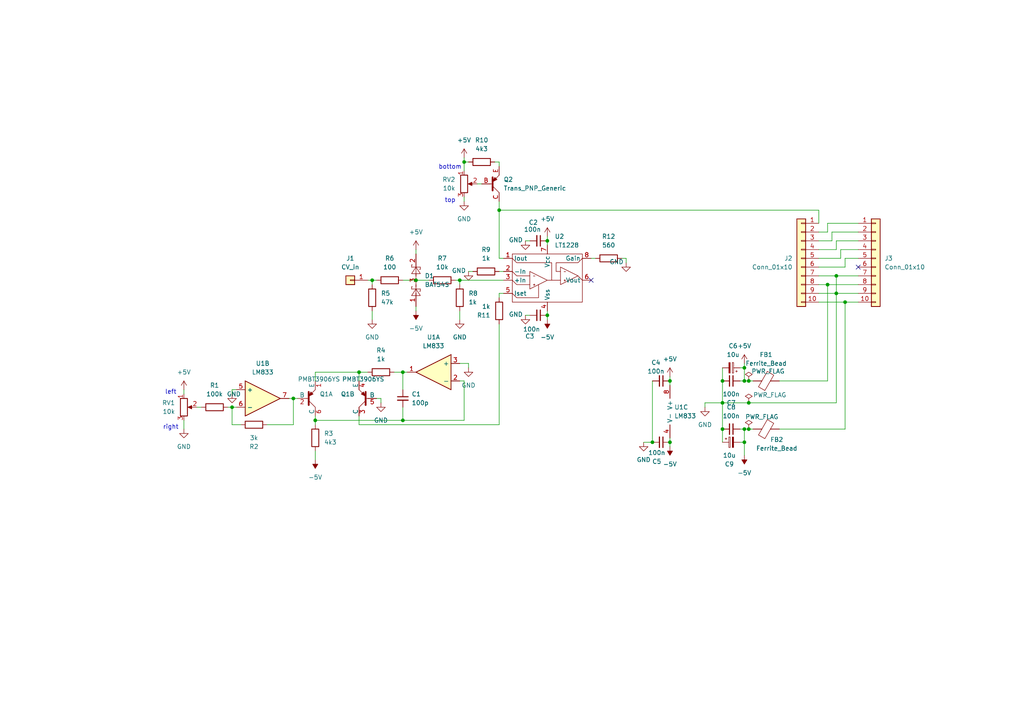
<source format=kicad_sch>
(kicad_sch (version 20250114) (generator "eeschema") (generator_version "9.0")
  (paper "A4")
  (lib_symbols
    (symbol "synkie_symbols:+5V" (power) (pin_names (offset 0))
      (property "Value" "+5V" (at 0 3.556 0))
      (symbol "+5V_0_1"
        (polyline (pts (xy -0.762 1.27) (xy 0 2.54)))
        (polyline (pts (xy 0 2.54) (xy 0.762 1.27)))
        (polyline (pts (xy 0 0) (xy 0 2.54)))
      )
      (symbol "+5V_1_1"
        (pin power_in line (at 0 0 90) (length 0) (hide yes) (name "+5V") (number "1"))
      )
    )
    (symbol "synkie_symbols:-5V" (power) (pin_names (offset 0))
      (property "Value" "-5V" (at 0 3.81 0))
      (symbol "-5V_0_0"
        (pin power_in line (at 0 0 90) (length 0) (hide yes) (name "-5V") (number "1"))
      )
      (symbol "-5V_0_1"
        (polyline (pts (xy 0 0) (xy 0 1.27) (xy 0.762 1.27) (xy 0 2.54) (xy -0.762 1.27) (xy 0 1.27)) (fill (type outline)))
      )
    )
    (symbol "synkie_symbols:BAT54S" (pin_names (offset 1.016))
      (property "Reference" "D" (at 0.635 -3.81 0))
      (property "Value" "BAT54S" (at -6.35 3.175 0))
      (symbol "BAT54S_0_1"
        (polyline (pts (xy -4.445 1.27) (xy -4.445 -1.27) (xy -2.54 0) (xy -4.445 1.27)))
        (polyline (pts (xy -3.81 0) (xy -1.27 0)))
        (polyline (pts (xy -3.175 -1.27) (xy -3.175 -1.016)))
        (polyline (pts (xy -2.54 1.27) (xy -1.905 1.27)))
        (polyline (pts (xy -2.54 -1.27) (xy -3.175 -1.27)))
        (polyline (pts (xy -2.54 -1.27) (xy -2.54 1.27)))
        (polyline (pts (xy -1.905 1.27) (xy -1.905 1.016)))
        (polyline (pts (xy -1.905 0) (xy 1.905 0)))
        (polyline (pts (xy 1.27 0) (xy 3.81 0)))
        (polyline (pts (xy 1.905 1.27) (xy 1.905 -1.27) (xy 3.81 0) (xy 1.905 1.27)))
        (polyline (pts (xy 3.175 -1.27) (xy 3.175 -1.016)))
        (polyline (pts (xy 3.81 1.27) (xy 4.445 1.27)))
        (polyline (pts (xy 3.81 -1.27) (xy 3.175 -1.27)))
        (polyline (pts (xy 3.81 -1.27) (xy 3.81 1.27)))
        (polyline (pts (xy 4.445 1.27) (xy 4.445 1.016)))
      )
      (symbol "BAT54S_1_1"
        (pin passive line (at -7.62 0 0) (length 3.81) (name "~") (number "1"))
        (pin passive line (at 0 0 0) (length 0) (name "~") (number "3"))
        (pin passive line (at 7.62 0 180) (length 3.81) (name "~") (number "2"))
      )
    )
    (symbol "synkie_symbols:CP_Small" (pin_numbers (hide yes)) (pin_names (offset 0.254) (hide yes))
      (property "Reference" "C" (at 0.254 1.778 0))
      (property "Value" "CP_Small" (at 0.254 -2.032 0))
      (symbol "CP_Small_0_1"
        (rectangle (start -1.524 0.6858) (end 1.524 0.3048))
        (rectangle (start -1.524 -0.3048) (end 1.524 -0.6858) (fill (type outline)))
        (polyline (pts (xy -1.27 1.524) (xy -0.762 1.524)))
        (polyline (pts (xy -1.016 1.27) (xy -1.016 1.778)))
      )
      (symbol "CP_Small_1_1"
        (pin passive line (at 0 2.54 270) (length 1.8542) (name "~") (number "1"))
        (pin passive line (at 0 -2.54 90) (length 1.8542) (name "~") (number "2"))
      )
    )
    (symbol "synkie_symbols:C_Small" (pin_numbers (hide yes)) (pin_names (offset 0.254) (hide yes))
      (property "Reference" "C" (at 0.254 1.778 0))
      (property "Value" "C_Small" (at 0.254 -2.032 0))
      (symbol "C_Small_0_1"
        (polyline (pts (xy -1.524 0.508) (xy 1.524 0.508)) (stroke (width 0.3048)))
        (polyline (pts (xy -1.524 -0.508) (xy 1.524 -0.508)) (stroke (width 0.3302)))
      )
      (symbol "C_Small_1_1"
        (pin passive line (at 0 2.54 270) (length 2.032) (name "~") (number "1"))
        (pin passive line (at 0 -2.54 90) (length 2.032) (name "~") (number "2"))
      )
    )
    (symbol "synkie_symbols:Conn_01x01" (pin_names (offset 1.016) (hide yes))
      (property "Reference" "J" (at 0 2.54 0))
      (property "Value" "Conn_01x01" (at 0 -2.54 0))
      (symbol "Conn_01x01_1_1"
        (rectangle (start -1.27 1.27) (end 1.27 -1.27) (stroke (width 0.254)) (fill (type background)))
        (rectangle (start -1.27 0.127) (end 0 -0.127) (stroke (width 0.1524)))
        (pin passive line (at -5.08 0 0) (length 3.81) (name "Pin_1") (number "1"))
      )
    )
    (symbol "synkie_symbols:Conn_01x10" (pin_names (offset 1.016) (hide yes))
      (property "Reference" "J" (at 0 12.7 0))
      (property "Value" "Conn_01x10" (at 0 -15.24 0))
      (symbol "Conn_01x10_1_1"
        (rectangle (start -1.27 11.43) (end 1.27 -13.97) (stroke (width 0.254)) (fill (type background)))
        (rectangle (start -1.27 10.287) (end 0 10.033) (stroke (width 0.1524)))
        (rectangle (start -1.27 7.747) (end 0 7.493) (stroke (width 0.1524)))
        (rectangle (start -1.27 5.207) (end 0 4.953) (stroke (width 0.1524)))
        (rectangle (start -1.27 2.667) (end 0 2.413) (stroke (width 0.1524)))
        (rectangle (start -1.27 0.127) (end 0 -0.127) (stroke (width 0.1524)))
        (rectangle (start -1.27 -2.413) (end 0 -2.667) (stroke (width 0.1524)))
        (rectangle (start -1.27 -4.953) (end 0 -5.207) (stroke (width 0.1524)))
        (rectangle (start -1.27 -7.493) (end 0 -7.747) (stroke (width 0.1524)))
        (rectangle (start -1.27 -10.033) (end 0 -10.287) (stroke (width 0.1524)))
        (rectangle (start -1.27 -12.573) (end 0 -12.827) (stroke (width 0.1524)))
        (pin passive line (at -5.08 10.16 0) (length 3.81) (name "Pin_1") (number "1"))
        (pin passive line (at -5.08 7.62 0) (length 3.81) (name "Pin_2") (number "2"))
        (pin passive line (at -5.08 5.08 0) (length 3.81) (name "Pin_3") (number "3"))
        (pin passive line (at -5.08 2.54 0) (length 3.81) (name "Pin_4") (number "4"))
        (pin passive line (at -5.08 0 0) (length 3.81) (name "Pin_5") (number "5"))
        (pin passive line (at -5.08 -2.54 0) (length 3.81) (name "Pin_6") (number "6"))
        (pin passive line (at -5.08 -5.08 0) (length 3.81) (name "Pin_7") (number "7"))
        (pin passive line (at -5.08 -7.62 0) (length 3.81) (name "Pin_8") (number "8"))
        (pin passive line (at -5.08 -10.16 0) (length 3.81) (name "Pin_9") (number "9"))
        (pin passive line (at -5.08 -12.7 0) (length 3.81) (name "Pin_10") (number "10"))
      )
    )
    (symbol "synkie_symbols:Ferrite_Bead" (pin_numbers (hide yes)) (pin_names (offset 0))
      (property "Reference" "FB" (at -3.81 0.635 90))
      (property "Value" "Ferrite_Bead" (at 3.81 0 90))
      (symbol "Ferrite_Bead_0_1"
        (polyline (pts (xy -2.7686 0.4064) (xy -1.7018 2.2606) (xy 2.7686 -0.3048) (xy 1.6764 -2.159) (xy -2.7686 0.4064)))
        (polyline (pts (xy 0 1.27) (xy 0 1.2954)))
        (polyline (pts (xy 0 -1.27) (xy 0 -1.2192)))
      )
      (symbol "Ferrite_Bead_1_1"
        (pin passive line (at 0 3.81 270) (length 2.54) (name "~") (number "1"))
        (pin passive line (at 0 -3.81 90) (length 2.54) (name "~") (number "2"))
      )
    )
    (symbol "synkie_symbols:GND" (power) (pin_names (offset 0))
      (property "Value" "GND" (at 0 -3.81 0))
      (symbol "GND_0_1"
        (polyline (pts (xy 0 0) (xy 0 -1.27) (xy 1.27 -1.27) (xy 0 -2.54) (xy -1.27 -1.27) (xy 0 -1.27)))
      )
      (symbol "GND_1_1"
        (pin power_in line (at 0 0 270) (length 0) (hide yes) (name "GND") (number "1"))
      )
    )
    (symbol "synkie_symbols:LT1228"
      (property "Reference" "U" (at -8.89 8.89 0))
      (property "Value" "LT1228" (at -6.35 -7.62 0))
      (symbol "LT1228_0_0"
        (rectangle (start -10.16 7.62) (end 10.16 -6.35))
        (text "-" (at -3.81 1.27 0) (effects (font (size 0.635 0.635))))
        (text "+" (at -3.81 -1.27 0) (effects (font (size 0.635 0.635))))
        (text "-" (at 5.08 2.54 0) (effects (font (size 0.635 0.635))))
        (text "+" (at 5.08 0 0) (effects (font (size 0.635 0.635))))
      )
      (symbol "LT1228_0_1"
        (polyline (pts (xy -10.16 2.54) (xy -8.89 1.27) (xy -5.08 1.27)))
        (polyline (pts (xy -10.16 0) (xy -8.89 -1.27) (xy -5.08 -1.27)))
        (polyline (pts (xy -10.16 -3.81) (xy -8.89 -5.08) (xy -2.54 -5.08) (xy -2.54 -1.27)))
        (polyline (pts (xy -5.08 2.54) (xy -5.08 -2.54) (xy 0 0) (xy -5.08 2.54)))
        (polyline (pts (xy 3.81 3.81) (xy 3.81 -1.27) (xy 8.89 1.27) (xy 3.81 3.81)))
        (polyline (pts (xy 3.81 0) (xy 0 0) (xy 1.27 0) (xy 1.27 5.08) (xy -8.89 5.08) (xy -10.16 6.35)))
        (polyline (pts (xy 8.89 1.27) (xy 10.16 0)))
        (polyline (pts (xy 10.16 6.35) (xy 8.89 5.08) (xy 2.54 5.08) (xy 2.54 2.54) (xy 3.81 2.54)))
      )
      (symbol "LT1228_1_1"
        (pin passive line (at -12.7 6.35 0) (length 2.54) (name "Iout") (number "1"))
        (pin input line (at -12.7 2.54 0) (length 2.54) (name "-In") (number "2"))
        (pin input line (at -12.7 0 0) (length 2.54) (name "+In") (number "3"))
        (pin input line (at -12.7 -3.81 0) (length 2.54) (name "Iset") (number "5"))
        (pin power_in line (at 0 10.16 270) (length 2.54) (name "Vcc") (number "7"))
        (pin power_in line (at 0 -8.89 90) (length 2.54) (name "Vss") (number "4"))
        (pin input line (at 12.7 6.35 180) (length 2.54) (name "Gain") (number "8"))
        (pin output line (at 12.7 0 180) (length 2.54) (name "Vout") (number "6"))
      )
    )
    (symbol "synkie_symbols:Opamp_Dual_Generic"
      (property "Reference" "U" (at 0 5.08 0))
      (property "Value" "Opamp_Dual_Generic" (at 0 -5.08 0))
      (symbol "Opamp_Dual_Generic_1_1"
        (polyline (pts (xy -5.08 5.08) (xy 5.08 0) (xy -5.08 -5.08) (xy -5.08 5.08)) (stroke (width 0.254)) (fill (type background)))
        (pin input line (at -7.62 2.54 0) (length 2.54) (name "+") (number "3"))
        (pin input line (at -7.62 -2.54 0) (length 2.54) (name "-") (number "2"))
        (pin output line (at 7.62 0 180) (length 2.54) (name "~") (number "1"))
      )
      (symbol "Opamp_Dual_Generic_2_1"
        (polyline (pts (xy -5.08 5.08) (xy 5.08 0) (xy -5.08 -5.08) (xy -5.08 5.08)) (stroke (width 0.254)) (fill (type background)))
        (pin input line (at -7.62 2.54 0) (length 2.54) (name "+") (number "5"))
        (pin input line (at -7.62 -2.54 0) (length 2.54) (name "-") (number "6"))
        (pin output line (at 7.62 0 180) (length 2.54) (name "~") (number "7"))
      )
      (symbol "Opamp_Dual_Generic_3_1"
        (pin power_in line (at -2.54 7.62 270) (length 3.81) (name "V+") (number "8"))
        (pin power_in line (at -2.54 -7.62 90) (length 3.81) (name "V-") (number "4"))
      )
    )
    (symbol "synkie_symbols:PMBT3906YS" (pin_names (offset 0))
      (property "Reference" "Q" (at -3.81 3.81 0))
      (property "Value" "PMBT3906YS" (at 4.445 0 90))
      (symbol "PMBT3906YS_0_1"
        (polyline (pts (xy -1.27 0) (xy -0.635 0)))
        (polyline (pts (xy -0.635 1.905) (xy -0.635 -1.905)) (stroke (width 0.508)))
        (polyline (pts (xy -0.635 0.635) (xy 1.27 2.54)))
        (polyline (pts (xy 0.635 -1.27) (xy 0 -1.905) (xy -0.635 -0.635) (xy 0.635 -1.27)) (fill (type outline)))
        (polyline (pts (xy 1.27 -2.54) (xy -0.635 -0.635)))
      )
      (symbol "PMBT3906YS_1_1"
        (pin input line (at -3.81 0 0) (length 2.54) (name "B") (number "2"))
        (pin passive line (at 1.27 5.08 270) (length 2.54) (name "C") (number "6"))
        (pin passive line (at 1.27 -5.08 90) (length 2.54) (name "E") (number "1"))
      )
      (symbol "PMBT3906YS_2_1"
        (pin input line (at -3.81 0 0) (length 2.54) (name "B") (number "5"))
        (pin passive line (at 1.27 5.08 270) (length 2.54) (name "C") (number "3"))
        (pin passive line (at 1.27 -5.08 90) (length 2.54) (name "E") (number "4"))
      )
    )
    (symbol "synkie_symbols:PWR_FLAG" (power) (pin_numbers (hide yes)) (pin_names (offset 0) (hide yes))
      (property "Value" "PWR_FLAG" (at 0 3.81 0))
      (symbol "PWR_FLAG_0_0"
        (pin power_out line (at 0 0 90) (length 0) (name "pwr") (number "1"))
      )
      (symbol "PWR_FLAG_0_1"
        (polyline (pts (xy 0 0) (xy 0 1.27) (xy -1.016 1.905) (xy 0 2.54) (xy 1.016 1.905) (xy 0 1.27)))
      )
    )
    (symbol "synkie_symbols:R" (pin_numbers (hide yes)) (pin_names (offset 0))
      (property "Reference" "R" (at 2.032 0 90))
      (property "Value" "R" (at 0 0 90))
      (symbol "R_0_1"
        (rectangle (start -1.016 -2.54) (end 1.016 2.54) (stroke (width 0.254)))
      )
      (symbol "R_1_1"
        (pin passive line (at 0 3.81 270) (length 1.27) (name "~") (number "1"))
        (pin passive line (at 0 -3.81 90) (length 1.27) (name "~") (number "2"))
      )
    )
    (symbol "synkie_symbols:R_POT" (pin_names (offset 1.016) (hide yes))
      (property "Reference" "RV" (at -4.445 0 90))
      (property "Value" "R_POT" (at -2.54 0 90))
      (symbol "R_POT_0_1"
        (rectangle (start 1.016 2.54) (end -1.016 -2.54) (stroke (width 0.254)))
        (polyline (pts (xy 1.143 0) (xy 2.286 0.508) (xy 2.286 -0.508) (xy 1.143 0)) (fill (type outline)))
        (polyline (pts (xy 2.54 0) (xy 1.524 0)))
      )
      (symbol "R_POT_1_1"
        (pin passive line (at 0 3.81 270) (length 1.27) (name "1") (number "1"))
        (pin passive line (at 0 -3.81 90) (length 1.27) (name "3") (number "3"))
        (pin passive line (at 3.81 0 180) (length 1.27) (name "2") (number "2"))
      )
    )
    (symbol "synkie_symbols:Trans_PNP_Generic" (pin_names (offset 0) (hide yes))
      (property "Reference" "Q" (at 2.54 1.27 0))
      (property "Value" "Trans_PNP_Generic" (at 10.16 -1.27 0))
      (symbol "Trans_PNP_Generic_1_1"
        (polyline (pts (xy -1.27 0) (xy -0.635 0)))
        (polyline (pts (xy -0.635 -0.635) (xy 1.27 -2.54)))
        (polyline (pts (xy -0.635 -1.905) (xy -0.635 1.905)) (stroke (width 0.508)))
        (polyline (pts (xy 0.635 1.27) (xy 0 1.905) (xy -0.635 0.635) (xy 0.635 1.27)) (fill (type outline)))
        (polyline (pts (xy 1.27 2.54) (xy -0.635 0.635)))
        (pin input line (at -3.81 0 0) (length 2.54) (name "B") (number "B"))
        (pin passive line (at 1.27 5.08 270) (length 2.54) (name "E") (number "E"))
        (pin passive line (at 1.27 -5.08 90) (length 2.54) (name "C") (number "C"))
      )
    )
  )
  (text "bottom" (at 130.556 48.514 0) (effects (font (size 1.27 1.27))))
  (text "top" (at 130.556 58.166 0) (effects (font (size 1.27 1.27))))
  (text "left" (at 49.53 113.792 0) (effects (font (size 1.27 1.27))))
  (text "right" (at 49.53 123.952 0) (effects (font (size 1.27 1.27))))
  (junction (at 104.14 107.95))
  (junction (at 217.17 110.49))
  (junction (at 116.84 121.92))
  (junction (at 67.31 118.11))
  (junction (at 217.17 116.84))
  (junction (at 133.35 81.28))
  (junction (at 209.55 110.49))
  (junction (at 242.57 85.09))
  (junction (at 194.31 110.49))
  (junction (at 240.03 82.55))
  (junction (at 158.75 69.85))
  (junction (at 116.84 107.95))
  (junction (at 209.55 124.46))
  (junction (at 217.17 124.46))
  (junction (at 91.44 121.92))
  (junction (at 245.11 87.63))
  (junction (at 85.09 115.57))
  (junction (at 194.31 128.27))
  (junction (at 215.9 106.68))
  (junction (at 134.62 46.99))
  (junction (at 107.95 81.28))
  (junction (at 189.23 128.27))
  (junction (at 209.55 116.84))
  (junction (at 215.9 124.46))
  (junction (at 242.57 80.01))
  (junction (at 215.9 128.27))
  (junction (at 120.65 81.28))
  (junction (at 215.9 110.49))
  (junction (at 158.75 91.44))
  (junction (at 144.78 60.96))
  (no_connect (at 171.45 81.28))
  (no_connect (at 248.92 77.47))
  (wire (pts (xy 217.17 110.49) (xy 215.9 110.49)))
  (wire (pts (xy 120.65 88.9) (xy 120.65 90.17)))
  (wire (pts (xy 240.03 110.49) (xy 240.03 82.55)))
  (wire (pts (xy 248.92 67.31) (xy 241.3 67.31)))
  (wire (pts (xy 217.17 116.84) (xy 242.57 116.84)))
  (wire (pts (xy 144.78 60.96) (xy 144.78 74.93)))
  (wire (pts (xy 242.57 116.84) (xy 242.57 85.09)))
  (wire (pts (xy 245.11 124.46) (xy 245.11 87.63)))
  (wire (pts (xy 243.84 74.93) (xy 237.49 74.93)))
  (wire (pts (xy 226.06 124.46) (xy 245.11 124.46)))
  (wire (pts (xy 67.31 113.03) (xy 68.58 113.03)))
  (wire (pts (xy 226.06 110.49) (xy 240.03 110.49)))
  (wire (pts (xy 215.9 128.27) (xy 215.9 132.08)))
  (wire (pts (xy 144.78 46.99) (xy 144.78 48.26)))
  (wire (pts (xy 144.78 74.93) (xy 146.05 74.93)))
  (wire (pts (xy 134.62 57.15) (xy 134.62 58.42)))
  (wire (pts (xy 133.35 81.28) (xy 133.35 82.55)))
  (wire (pts (xy 215.9 124.46) (xy 215.9 128.27)))
  (wire (pts (xy 109.22 81.28) (xy 107.95 81.28)))
  (wire (pts (xy 209.55 110.49) (xy 209.55 116.84)))
  (wire (pts (xy 116.84 107.95) (xy 118.11 107.95)))
  (wire (pts (xy 237.49 80.01) (xy 242.57 80.01)))
  (wire (pts (xy 107.95 81.28) (xy 107.95 82.55)))
  (wire (pts (xy 248.92 74.93) (xy 245.11 74.93)))
  (wire (pts (xy 67.31 114.3) (xy 67.31 113.03)))
  (wire (pts (xy 134.62 46.99) (xy 134.62 49.53)))
  (wire (pts (xy 189.23 110.49) (xy 189.23 128.27)))
  (wire (pts (xy 138.43 53.34) (xy 139.7 53.34)))
  (wire (pts (xy 104.14 107.95) (xy 104.14 110.49)))
  (wire (pts (xy 91.44 121.92) (xy 91.44 123.19)))
  (wire (pts (xy 134.62 121.92) (xy 134.62 110.49)))
  (wire (pts (xy 109.22 115.57) (xy 110.49 115.57)))
  (wire (pts (xy 152.4 69.85) (xy 153.67 69.85)))
  (wire (pts (xy 69.85 123.19) (xy 67.31 123.19)))
  (wire (pts (xy 237.49 87.63) (xy 245.11 87.63)))
  (wire (pts (xy 204.47 116.84) (xy 209.55 116.84)))
  (wire (pts (xy 214.63 128.27) (xy 215.9 128.27)))
  (wire (pts (xy 240.03 64.77) (xy 240.03 67.31)))
  (wire (pts (xy 120.65 72.39) (xy 120.65 73.66)))
  (wire (pts (xy 214.63 110.49) (xy 215.9 110.49)))
  (wire (pts (xy 242.57 80.01) (xy 242.57 85.09)))
  (wire (pts (xy 135.89 78.74) (xy 137.16 78.74)))
  (wire (pts (xy 135.89 105.41) (xy 135.89 106.68)))
  (wire (pts (xy 194.31 128.27) (xy 194.31 129.54)))
  (wire (pts (xy 171.45 74.93) (xy 172.72 74.93)))
  (wire (pts (xy 116.84 81.28) (xy 120.65 81.28)))
  (wire (pts (xy 204.47 118.11) (xy 204.47 116.84)))
  (wire (pts (xy 91.44 120.65) (xy 91.44 121.92)))
  (wire (pts (xy 107.95 90.17) (xy 107.95 92.71)))
  (wire (pts (xy 181.61 74.93) (xy 181.61 76.2)))
  (wire (pts (xy 85.09 115.57) (xy 86.36 115.57)))
  (wire (pts (xy 53.34 121.92) (xy 53.34 124.46)))
  (wire (pts (xy 241.3 69.85) (xy 237.49 69.85)))
  (wire (pts (xy 248.92 64.77) (xy 240.03 64.77)))
  (wire (pts (xy 53.34 113.03) (xy 53.34 114.3)))
  (wire (pts (xy 144.78 58.42) (xy 144.78 60.96)))
  (wire (pts (xy 241.3 67.31) (xy 241.3 69.85)))
  (wire (pts (xy 133.35 81.28) (xy 146.05 81.28)))
  (wire (pts (xy 248.92 69.85) (xy 242.57 69.85)))
  (wire (pts (xy 133.35 90.17) (xy 133.35 92.71)))
  (wire (pts (xy 218.44 110.49) (xy 217.17 110.49)))
  (wire (pts (xy 186.69 128.27) (xy 189.23 128.27)))
  (wire (pts (xy 237.49 60.96) (xy 237.49 64.77)))
  (wire (pts (xy 245.11 87.63) (xy 248.92 87.63)))
  (wire (pts (xy 77.47 123.19) (xy 85.09 123.19)))
  (wire (pts (xy 158.75 90.17) (xy 158.75 91.44)))
  (wire (pts (xy 243.84 72.39) (xy 243.84 74.93)))
  (wire (pts (xy 104.14 123.19) (xy 144.78 123.19)))
  (wire (pts (xy 106.68 81.28) (xy 107.95 81.28)))
  (wire (pts (xy 242.57 72.39) (xy 237.49 72.39)))
  (wire (pts (xy 242.57 85.09) (xy 248.92 85.09)))
  (wire (pts (xy 158.75 68.58) (xy 158.75 69.85)))
  (wire (pts (xy 104.14 107.95) (xy 106.68 107.95)))
  (wire (pts (xy 67.31 123.19) (xy 67.31 118.11)))
  (wire (pts (xy 214.63 124.46) (xy 215.9 124.46)))
  (wire (pts (xy 237.49 82.55) (xy 240.03 82.55)))
  (wire (pts (xy 209.55 124.46) (xy 209.55 128.27)))
  (wire (pts (xy 215.9 106.68) (xy 215.9 110.49)))
  (wire (pts (xy 248.92 72.39) (xy 243.84 72.39)))
  (wire (pts (xy 240.03 82.55) (xy 248.92 82.55)))
  (wire (pts (xy 245.11 74.93) (xy 245.11 77.47)))
  (wire (pts (xy 144.78 85.09) (xy 146.05 85.09)))
  (wire (pts (xy 209.55 116.84) (xy 217.17 116.84)))
  (wire (pts (xy 114.3 107.95) (xy 116.84 107.95)))
  (wire (pts (xy 194.31 109.22) (xy 194.31 110.49)))
  (wire (pts (xy 237.49 85.09) (xy 242.57 85.09)))
  (wire (pts (xy 135.89 46.99) (xy 134.62 46.99)))
  (wire (pts (xy 91.44 121.92) (xy 116.84 121.92)))
  (wire (pts (xy 66.04 118.11) (xy 67.31 118.11)))
  (wire (pts (xy 214.63 106.68) (xy 215.9 106.68)))
  (wire (pts (xy 144.78 123.19) (xy 144.78 93.98)))
  (wire (pts (xy 133.35 105.41) (xy 135.89 105.41)))
  (wire (pts (xy 91.44 107.95) (xy 104.14 107.95)))
  (wire (pts (xy 242.57 80.01) (xy 248.92 80.01)))
  (wire (pts (xy 57.15 118.11) (xy 58.42 118.11)))
  (wire (pts (xy 217.17 124.46) (xy 215.9 124.46)))
  (wire (pts (xy 120.65 81.28) (xy 124.46 81.28)))
  (wire (pts (xy 194.31 110.49) (xy 194.31 111.76)))
  (wire (pts (xy 240.03 67.31) (xy 237.49 67.31)))
  (wire (pts (xy 85.09 123.19) (xy 85.09 115.57)))
  (wire (pts (xy 194.31 127) (xy 194.31 128.27)))
  (wire (pts (xy 67.31 118.11) (xy 68.58 118.11)))
  (wire (pts (xy 91.44 107.95) (xy 91.44 110.49)))
  (wire (pts (xy 116.84 118.11) (xy 116.84 121.92)))
  (wire (pts (xy 91.44 130.81) (xy 91.44 133.35)))
  (wire (pts (xy 144.78 86.36) (xy 144.78 85.09)))
  (wire (pts (xy 158.75 91.44) (xy 158.75 92.71)))
  (wire (pts (xy 180.34 74.93) (xy 181.61 74.93)))
  (wire (pts (xy 116.84 113.03) (xy 116.84 107.95)))
  (wire (pts (xy 144.78 60.96) (xy 237.49 60.96)))
  (wire (pts (xy 144.78 78.74) (xy 146.05 78.74)))
  (wire (pts (xy 209.55 106.68) (xy 209.55 110.49)))
  (wire (pts (xy 104.14 120.65) (xy 104.14 123.19)))
  (wire (pts (xy 152.4 91.44) (xy 153.67 91.44)))
  (wire (pts (xy 158.75 69.85) (xy 158.75 71.12)))
  (wire (pts (xy 83.82 115.57) (xy 85.09 115.57)))
  (wire (pts (xy 209.55 116.84) (xy 209.55 124.46)))
  (wire (pts (xy 218.44 124.46) (xy 217.17 124.46)))
  (wire (pts (xy 110.49 115.57) (xy 110.49 116.84)))
  (wire (pts (xy 116.84 121.92) (xy 134.62 121.92)))
  (wire (pts (xy 143.51 46.99) (xy 144.78 46.99)))
  (wire (pts (xy 132.08 81.28) (xy 133.35 81.28)))
  (wire (pts (xy 215.9 105.41) (xy 215.9 106.68)))
  (wire (pts (xy 242.57 69.85) (xy 242.57 72.39)))
  (wire (pts (xy 133.35 110.49) (xy 134.62 110.49)))
  (wire (pts (xy 134.62 45.72) (xy 134.62 46.99)))
  (wire (pts (xy 245.11 77.47) (xy 237.49 77.47)))
  (symbol (lib_id "synkie_symbols:Opamp_Dual_Generic") (at 191.77 119.38 0) (mirror y) (unit 3)
    (property "Reference" "U1" (at 195.58 118.1099 0) (effects (justify right)))
    (property "Value" "LM833" (at 195.58 120.6499 0) (effects (justify right)))
    (property "Footprint" "synkie_footprints:SOIC-8_3.9x4.9mm_P1.27mm" (effects (hide yes)))
    (property "Description" "Dual operational amplifier" (effects (hide yes)))
  )
  (symbol (lib_id "synkie_symbols:C_Small") (at 156.21 69.85 270) (mirror x) (unit 1)
    (property "Reference" "C2" (at 154.686 64.516 90))
    (property "Value" "100n" (at 154.432 66.548 90))
    (property "Description" "Unpolarized capacitor, small symbol" (effects (hide yes)))
  )
  (symbol (lib_id "synkie_symbols:GND") (at 134.62 58.42 0) (unit 1)
    (property "Reference" "#PWR012" (effects (hide yes)))
    (property "Value" "GND" (at 134.62 63.5 0))
    (property "Description" "Power symbol creates a global label with name \"GND\" , ground" (effects (hide yes)))
  )
  (symbol (lib_id "synkie_symbols:-5V") (at 91.44 133.35 180) (unit 1)
    (property "Reference" "#PWR04" (effects (hide yes)))
    (property "Value" "-5V" (at 91.44 138.43 0))
    (property "Description" "Power symbol creates a global label with name \"-5V\"" (effects (hide yes)))
  )
  (symbol (lib_id "synkie_symbols:Conn_01x10") (at 232.41 74.93 0) (mirror y) (unit 1)
    (property "Reference" "J2" (at 229.87 74.9299 0) (effects (justify left)))
    (property "Value" "Conn_01x10" (at 229.87 77.4699 0) (effects (justify left)))
    (property "Description" "Generic connector, single row, 01x10, script generated (kicad-library-utils/schlib/autogen/connector/)" (effects (hide yes)))
  )
  (symbol (lib_id "synkie_symbols:GND") (at 133.35 92.71 0) (unit 1)
    (property "Reference" "#PWR010" (effects (hide yes)))
    (property "Value" "GND" (at 133.35 97.79 0))
    (property "Description" "Power symbol creates a global label with name \"GND\" , ground" (effects (hide yes)))
  )
  (symbol (lib_id "synkie_symbols:-5V") (at 194.31 129.54 180) (unit 1)
    (property "Reference" "#PWR020" (effects (hide yes)))
    (property "Value" "-5V" (at 194.31 134.62 0))
    (property "Description" "Power symbol creates a global label with name \"-5V\"" (effects (hide yes)))
  )
  (symbol (lib_id "synkie_symbols:GND") (at 53.34 124.46 0) (unit 1)
    (property "Reference" "#PWR02" (effects (hide yes)))
    (property "Value" "GND" (at 53.34 129.54 0))
    (property "Description" "Power symbol creates a global label with name \"GND\" , ground" (effects (hide yes)))
  )
  (symbol (lib_id "synkie_symbols:R") (at 62.23 118.11 90) (unit 1)
    (property "Reference" "R1" (at 62.23 111.76 90))
    (property "Value" "100k" (at 62.23 114.3 90))
    (property "Description" "Resistor" (effects (hide yes)))
  )
  (symbol (lib_id "synkie_symbols:PWR_FLAG") (at 217.17 124.46 0) (unit 1)
    (property "Reference" "#FLG02" (effects (hide yes)))
    (property "Value" "PWR_FLAG" (at 220.98 120.904 0))
    (property "Description" "Special symbol for telling ERC where power comes from" (effects (hide yes)))
  )
  (symbol (lib_id "synkie_symbols:+5V") (at 215.9 105.41 0) (unit 1)
    (property "Reference" "#PWR023" (effects (hide yes)))
    (property "Value" "+5V" (at 215.9 100.33 0))
    (property "Description" "Power symbol creates a global label with name \"+5V\"" (effects (hide yes)))
  )
  (symbol (lib_id "synkie_symbols:C_Small") (at 212.09 110.49 270) (unit 1)
    (property "Reference" "C7" (at 212.0836 116.84 90))
    (property "Value" "100n" (at 212.0836 114.3 90))
    (property "Description" "Unpolarized capacitor, small symbol" (effects (hide yes)))
  )
  (symbol (lib_id "synkie_symbols:-5V") (at 120.65 90.17 180) (unit 1)
    (property "Reference" "#PWR08" (effects (hide yes)))
    (property "Value" "-5V" (at 120.65 95.25 0))
    (property "Description" "Power symbol creates a global label with name \"-5V\"" (effects (hide yes)))
  )
  (symbol (lib_id "synkie_symbols:C_Small") (at 191.77 110.49 270) (mirror x) (unit 1)
    (property "Reference" "C4" (at 190.246 105.156 90))
    (property "Value" "100n" (at 190.246 107.696 90))
    (property "Description" "Unpolarized capacitor, small symbol" (effects (hide yes)))
  )
  (symbol (lib_id "synkie_symbols:+5V") (at 120.65 72.39 0) (unit 1)
    (property "Reference" "#PWR07" (effects (hide yes)))
    (property "Value" "+5V" (at 120.65 67.31 0))
    (property "Description" "Power symbol creates a global label with name \"+5V\"" (effects (hide yes)))
  )
  (symbol (lib_id "synkie_symbols:C_Small") (at 212.09 124.46 270) (mirror x) (unit 1)
    (property "Reference" "C8" (at 212.0836 118.11 90))
    (property "Value" "100n" (at 212.0836 120.65 90))
    (property "Description" "Unpolarized capacitor, small symbol" (effects (hide yes)))
  )
  (symbol (lib_id "synkie_symbols:GND") (at 181.61 76.2 0) (unit 1)
    (property "Reference" "#PWR021" (effects (hide yes)))
    (property "Value" "GND" (at 178.816 75.946 0))
    (property "Description" "Power symbol creates a global label with name \"GND\" , ground" (effects (hide yes)))
  )
  (symbol (lib_id "synkie_symbols:R_POT") (at 53.34 118.11 0) (unit 1)
    (property "Reference" "RV1" (at 50.8 116.8399 0) (effects (justify right)))
    (property "Value" "10k" (at 50.8 119.3799 0) (effects (justify right)))
    (property "Footprint" "synkie_footprints:Potentiometer_Alps_RK09K_Single_Vertical" (effects (hide yes)))
    (property "Description" "Potentiometer" (effects (hide yes)))
  )
  (symbol (lib_id "synkie_symbols:-5V") (at 215.9 132.08 180) (unit 1)
    (property "Reference" "#PWR024" (effects (hide yes)))
    (property "Value" "-5V" (at 215.9 137.16 0))
    (property "Description" "Power symbol creates a global label with name \"-5V\"" (effects (hide yes)))
  )
  (symbol (lib_id "synkie_symbols:R") (at 139.7 46.99 270) (unit 1)
    (property "Reference" "R10" (at 139.7 40.64 90))
    (property "Value" "4k3" (at 139.7 43.18 90))
    (property "Description" "Resistor" (effects (hide yes)))
  )
  (symbol (lib_id "synkie_symbols:C_Small") (at 116.84 115.57 0) (unit 1)
    (property "Reference" "C1" (at 119.38 114.3062 0) (effects (justify left)))
    (property "Value" "100p" (at 119.38 116.8462 0) (effects (justify left)))
    (property "Description" "Unpolarized capacitor, small symbol" (effects (hide yes)))
  )
  (symbol (lib_id "synkie_symbols:-5V") (at 158.75 92.71 180) (unit 1)
    (property "Reference" "#PWR017" (effects (hide yes)))
    (property "Value" "-5V" (at 158.75 97.79 0))
    (property "Description" "Power symbol creates a global label with name \"-5V\"" (effects (hide yes)))
  )
  (symbol (lib_id "synkie_symbols:GND") (at 107.95 92.71 0) (unit 1)
    (property "Reference" "#PWR06" (effects (hide yes)))
    (property "Value" "GND" (at 107.95 97.79 0))
    (property "Description" "Power symbol creates a global label with name \"GND\" , ground" (effects (hide yes)))
  )
  (symbol (lib_id "synkie_symbols:+5V") (at 53.34 113.03 0) (unit 1)
    (property "Reference" "#PWR01" (effects (hide yes)))
    (property "Value" "+5V" (at 53.34 107.95 0))
    (property "Description" "Power symbol creates a global label with name \"+5V\"" (effects (hide yes)))
  )
  (symbol (lib_id "synkie_symbols:GND") (at 152.4 69.85 0) (unit 1)
    (property "Reference" "#PWR014" (effects (hide yes)))
    (property "Value" "GND" (at 149.606 69.596 0))
    (property "Description" "Power symbol creates a global label with name \"GND\" , ground" (effects (hide yes)))
  )
  (symbol (lib_id "synkie_symbols:LT1228") (at 158.75 81.28 0) (unit 1)
    (property "Reference" "U2" (at 160.8933 68.58 0) (effects (justify left)))
    (property "Value" "LT1228" (at 160.8933 71.12 0) (effects (justify left)))
    (property "Footprint" "synkie_footprints:SOIC-8_3.9x4.9mm_P1.27mm" (effects (hide yes)))
    (property "Description" "LT1228 CFA with gain control" (effects (hide yes)))
  )
  (symbol (lib_id "synkie_symbols:Opamp_Dual_Generic") (at 125.73 107.95 0) (mirror y) (unit 1)
    (property "Reference" "U1" (at 125.73 97.79 0))
    (property "Value" "LM833" (at 125.73 100.33 0))
    (property "Footprint" "synkie_footprints:SOIC-8_3.9x4.9mm_P1.27mm" (effects (hide yes)))
    (property "Description" "Dual operational amplifier" (effects (hide yes)))
  )
  (symbol (lib_id "synkie_symbols:+5V") (at 158.75 68.58 0) (unit 1)
    (property "Reference" "#PWR016" (effects (hide yes)))
    (property "Value" "+5V" (at 158.75 63.5 0))
    (property "Description" "Power symbol creates a global label with name \"+5V\"" (effects (hide yes)))
  )
  (symbol (lib_id "synkie_symbols:Ferrite_Bead") (at 222.25 124.46 90) (unit 1)
    (property "Reference" "FB2" (at 225.298 127.508 90))
    (property "Value" "Ferrite_Bead" (at 225.298 130.048 90))
    (property "Description" "Ferrite bead" (effects (hide yes)))
  )
  (symbol (lib_id "synkie_symbols:Opamp_Dual_Generic") (at 76.2 115.57 0) (unit 2)
    (property "Reference" "U1" (at 76.2 105.41 0))
    (property "Value" "LM833" (at 76.2 107.95 0))
    (property "Footprint" "synkie_footprints:SOIC-8_3.9x4.9mm_P1.27mm" (effects (hide yes)))
    (property "Description" "Dual operational amplifier" (effects (hide yes)))
  )
  (symbol (lib_id "synkie_symbols:PWR_FLAG") (at 217.17 110.49 0) (unit 1)
    (property "Reference" "#FLG03" (effects (hide yes)))
    (property "Value" "PWR_FLAG" (at 222.758 107.696 0))
    (property "Description" "Special symbol for telling ERC where power comes from" (effects (hide yes)))
  )
  (symbol (lib_id "synkie_symbols:R") (at 107.95 86.36 180) (unit 1)
    (property "Reference" "R5" (at 110.49 85.0899 0) (effects (justify right)))
    (property "Value" "47k" (at 110.49 87.6299 0) (effects (justify right)))
    (property "Description" "Resistor" (effects (hide yes)))
  )
  (symbol (lib_id "synkie_symbols:GND") (at 135.89 78.74 0) (unit 1)
    (property "Reference" "#PWR013" (effects (hide yes)))
    (property "Value" "GND" (at 133.096 78.486 0))
    (property "Description" "Power symbol creates a global label with name \"GND\" , ground" (effects (hide yes)))
  )
  (symbol (lib_id "synkie_symbols:R") (at 73.66 123.19 90) (mirror x) (unit 1)
    (property "Reference" "R2" (at 73.66 129.54 90))
    (property "Value" "3k" (at 73.66 127 90))
    (property "Description" "Resistor" (effects (hide yes)))
  )
  (symbol (lib_id "synkie_symbols:Conn_01x10") (at 254 74.93 0) (unit 1)
    (property "Reference" "J3" (at 256.54 74.9299 0) (effects (justify left)))
    (property "Value" "Conn_01x10" (at 256.54 77.4699 0) (effects (justify left)))
    (property "Description" "Generic connector, single row, 01x10, script generated (kicad-library-utils/schlib/autogen/connector/)" (effects (hide yes)))
  )
  (symbol (lib_id "synkie_symbols:C_Small") (at 156.21 91.44 270) (unit 1)
    (property "Reference" "C3" (at 153.67 97.536 90))
    (property "Value" "100n" (at 154.178 95.504 90))
    (property "Description" "Unpolarized capacitor, small symbol" (effects (hide yes)))
  )
  (symbol (lib_id "synkie_symbols:GND") (at 110.49 116.84 0) (unit 1)
    (property "Reference" "#PWR05" (effects (hide yes)))
    (property "Value" "GND" (at 110.49 121.92 0))
    (property "Description" "Power symbol creates a global label with name \"GND\" , ground" (effects (hide yes)))
  )
  (symbol (lib_id "synkie_symbols:R") (at 133.35 86.36 180) (unit 1)
    (property "Reference" "R8" (at 135.89 85.0899 0) (effects (justify right)))
    (property "Value" "1k" (at 135.89 87.6299 0) (effects (justify right)))
    (property "Description" "Resistor" (effects (hide yes)))
  )
  (symbol (lib_id "synkie_symbols:R") (at 140.97 78.74 270) (unit 1)
    (property "Reference" "R9" (at 140.97 72.39 90))
    (property "Value" "1k" (at 140.97 74.93 90))
    (property "Description" "Resistor" (effects (hide yes)))
  )
  (symbol (lib_id "synkie_symbols:BAT54S") (at 120.65 81.28 90) (unit 1)
    (property "Reference" "D1" (at 123.19 80.0099 90) (effects (justify right)))
    (property "Value" "BAT54S" (at 123.19 82.5499 90) (effects (justify right)))
    (property "Footprint" "synkie_footprints:SOT-23" (effects (hide yes)))
    (property "Datasheet" "https://www.diodes.com/assets/Datasheets/ds11005.pdf" (effects (hide yes)))
    (property "Description" "schottky barrier diode" (effects (hide yes)))
  )
  (symbol (lib_id "synkie_symbols:R") (at 113.03 81.28 90) (unit 1)
    (property "Reference" "R6" (at 113.03 74.93 90))
    (property "Value" "100" (at 113.03 77.47 90))
    (property "Description" "Resistor" (effects (hide yes)))
  )
  (symbol (lib_id "synkie_symbols:PMBT3906YS") (at 90.17 115.57 0) (mirror x) (unit 1)
    (property "Reference" "Q1" (at 92.71 114.2999 0) (effects (justify left)))
    (property "Value" "PMBT3906YS" (at 86.36 109.982 0) (effects (justify left)))
  )
  (symbol (lib_id "synkie_symbols:R") (at 144.78 90.17 0) (unit 1)
    (property "Reference" "R11" (at 142.24 91.4401 0) (effects (justify right)))
    (property "Value" "1k" (at 142.24 88.9001 0) (effects (justify right)))
    (property "Description" "Resistor" (effects (hide yes)))
  )
  (symbol (lib_id "synkie_symbols:CP_Small") (at 212.09 106.68 270) (mirror x) (unit 1)
    (property "Reference" "C6" (at 212.6361 100.33 90))
    (property "Value" "10u" (at 212.6361 102.87 90))
    (property "Description" "Polarized capacitor, small symbol" (effects (hide yes)))
  )
  (symbol (lib_id "synkie_symbols:+5V") (at 194.31 109.22 0) (unit 1)
    (property "Reference" "#PWR019" (effects (hide yes)))
    (property "Value" "+5V" (at 194.31 104.14 0))
    (property "Description" "Power symbol creates a global label with name \"+5V\"" (effects (hide yes)))
  )
  (symbol (lib_id "synkie_symbols:GND") (at 135.89 106.68 0) (unit 1)
    (property "Reference" "#PWR09" (effects (hide yes)))
    (property "Value" "GND" (at 135.89 111.76 0))
    (property "Description" "Power symbol creates a global label with name \"GND\" , ground" (effects (hide yes)))
  )
  (symbol (lib_id "synkie_symbols:Trans_PNP_Generic") (at 143.51 53.34 0) (unit 1)
    (property "Reference" "Q2" (at 146.05 52.0699 0) (effects (justify left)))
    (property "Value" "Trans_PNP_Generic" (at 146.05 54.6099 0) (effects (justify left)))
    (property "Description" "Generic PNP transistor" (effects (hide yes)))
  )
  (symbol (lib_id "synkie_symbols:R") (at 128.27 81.28 90) (unit 1)
    (property "Reference" "R7" (at 128.27 74.93 90))
    (property "Value" "10k" (at 128.27 77.47 90))
    (property "Description" "Resistor" (effects (hide yes)))
  )
  (symbol (lib_id "synkie_symbols:CP_Small") (at 212.09 128.27 90) (mirror x) (unit 1)
    (property "Reference" "C9" (at 211.5439 134.62 90))
    (property "Value" "10u" (at 211.5439 132.08 90))
    (property "Description" "Polarized capacitor, small symbol" (effects (hide yes)))
  )
  (symbol (lib_id "synkie_symbols:R") (at 110.49 107.95 90) (unit 1)
    (property "Reference" "R4" (at 110.49 101.6 90))
    (property "Value" "1k" (at 110.49 104.14 90))
    (property "Description" "Resistor" (effects (hide yes)))
  )
  (symbol (lib_id "synkie_symbols:GND") (at 152.4 91.44 0) (unit 1)
    (property "Reference" "#PWR015" (effects (hide yes)))
    (property "Value" "GND" (at 149.606 91.186 0))
    (property "Description" "Power symbol creates a global label with name \"GND\" , ground" (effects (hide yes)))
  )
  (symbol (lib_id "synkie_symbols:R") (at 176.53 74.93 270) (unit 1)
    (property "Reference" "R12" (at 176.53 68.58 90))
    (property "Value" "560" (at 176.53 71.12 90))
    (property "Description" "Resistor" (effects (hide yes)))
  )
  (symbol (lib_id "synkie_symbols:PMBT3906YS") (at 105.41 115.57 180) (unit 2)
    (property "Reference" "Q1" (at 102.87 114.2999 0) (effects (justify left)))
    (property "Value" "PMBT3906YS" (at 111.506 109.982 0) (effects (justify left)))
  )
  (symbol (lib_id "synkie_symbols:Conn_01x01") (at 101.6 81.28 180) (unit 1)
    (property "Reference" "J1" (at 101.6 74.93 0))
    (property "Value" "CV_in" (at 101.6 77.47 0))
    (property "Description" "Generic connector, single row, 01x01, script generated (kicad-library-utils/schlib/autogen/connector/)" (effects (hide yes)))
  )
  (symbol (lib_id "synkie_symbols:+5V") (at 134.62 45.72 0) (unit 1)
    (property "Reference" "#PWR011" (effects (hide yes)))
    (property "Value" "+5V" (at 134.62 40.64 0))
    (property "Description" "Power symbol creates a global label with name \"+5V\"" (effects (hide yes)))
  )
  (symbol (lib_id "synkie_symbols:GND") (at 186.69 128.27 0) (unit 1)
    (property "Reference" "#PWR018" (effects (hide yes)))
    (property "Value" "GND" (at 186.69 133.35 0))
    (property "Description" "Power symbol creates a global label with name \"GND\" , ground" (effects (hide yes)))
  )
  (symbol (lib_id "synkie_symbols:PWR_FLAG") (at 217.17 116.84 0) (unit 1)
    (property "Reference" "#FLG01" (effects (hide yes)))
    (property "Value" "PWR_FLAG" (at 223.266 114.554 0))
    (property "Description" "Special symbol for telling ERC where power comes from" (effects (hide yes)))
  )
  (symbol (lib_id "synkie_symbols:R") (at 91.44 127 180) (unit 1)
    (property "Reference" "R3" (at 93.98 125.7299 0) (effects (justify right)))
    (property "Value" "4k3" (at 93.98 128.2699 0) (effects (justify right)))
    (property "Description" "Resistor" (effects (hide yes)))
  )
  (symbol (lib_id "synkie_symbols:C_Small") (at 191.77 128.27 270) (unit 1)
    (property "Reference" "C5" (at 190.5 133.858 90))
    (property "Value" "100n" (at 190.5 131.318 90))
    (property "Description" "Unpolarized capacitor, small symbol" (effects (hide yes)))
  )
  (symbol (lib_id "synkie_symbols:R_POT") (at 134.62 53.34 0) (unit 1)
    (property "Reference" "RV2" (at 132.08 52.0699 0) (effects (justify right)))
    (property "Value" "10k" (at 132.08 54.6099 0) (effects (justify right)))
    (property "Footprint" "synkie_footprints:Potentiometer_Alps_RS6011xP_Slide" (effects (hide yes)))
    (property "Description" "Potentiometer" (effects (hide yes)))
  )
  (symbol (lib_id "synkie_symbols:GND") (at 67.31 114.3 0) (unit 1)
    (property "Reference" "#PWR03" (effects (hide yes)))
    (property "Value" "GND" (at 67.818 114.3 0))
    (property "Description" "Power symbol creates a global label with name \"GND\" , ground" (effects (hide yes)))
  )
  (symbol (lib_id "synkie_symbols:Ferrite_Bead") (at 222.25 110.49 90) (unit 1)
    (property "Reference" "FB1" (at 222.1992 102.87 90))
    (property "Value" "Ferrite_Bead" (at 222.1992 105.41 90))
    (property "Description" "Ferrite bead" (effects (hide yes)))
  )
  (symbol (lib_id "synkie_symbols:GND") (at 204.47 118.11 0) (unit 1)
    (property "Reference" "#PWR022" (effects (hide yes)))
    (property "Value" "GND" (at 204.47 123.19 0))
    (property "Description" "Power symbol creates a global label with name \"GND\" , ground" (effects (hide yes)))
  )
)
</source>
